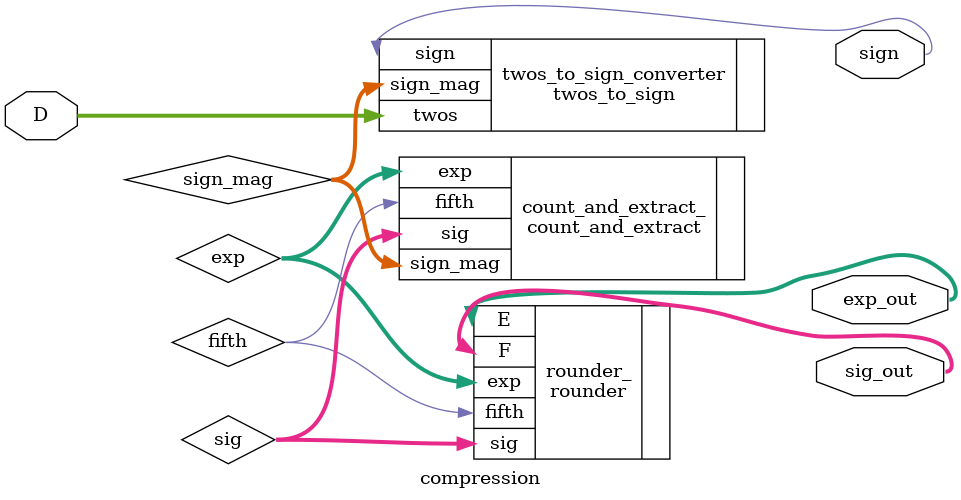
<source format=v>
`timescale 1ns / 1ps
module compression(D, sign, exp_out, sig_out);

	input [11:0] D;

	output sign;
	output [2:0] exp_out;
	output [3:0] sig_out;

	wire [11:0] sign_mag;

	twos_to_sign twos_to_sign_converter(
		.twos(D),
		.sign_mag(sign_mag),
		.sign(sign)
	);

	wire [2:0] exp;
	wire [3:0] sig;
	wire fifth;
	
	count_and_extract count_and_extract_(
		.sign_mag(sign_mag),
		.exp(exp),
		.sig(sig),
		.fifth(fifth)
	);
	
	rounder rounder_(
		.exp(exp),
		.sig(sig),
		.fifth(fifth),
		.E(exp_out),
		.F(sig_out)
	);

endmodule

</source>
